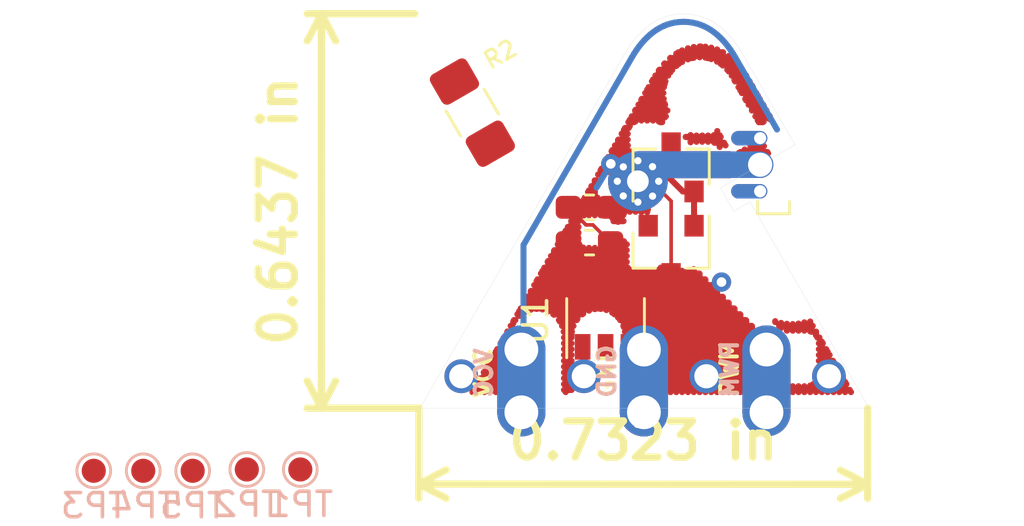
<source format=kicad_pcb>
(kicad_pcb (version 20171130) (host pcbnew 5.0.2-bee76a0~70~ubuntu18.04.1)

  (general
    (thickness 1)
    (drawings 49)
    (tracks 65)
    (zones 0)
    (modules 13)
    (nets 11)
  )

  (page User 148.488 105.004)
  (title_block
    (title Lulu_star)
    (date 2018-08-31)
    (rev 2.1.2)
    (company https://lulu.etextile.org/)
    (comment 1 "Programming light into textile.")
  )

  (layers
    (0 F.Cu jumper)
    (31 B.Cu signal)
    (32 B.Adhes user)
    (33 F.Adhes user)
    (34 B.Paste user)
    (35 F.Paste user)
    (36 B.SilkS user)
    (37 F.SilkS user)
    (38 B.Mask user)
    (39 F.Mask user)
    (40 Dwgs.User user)
    (41 Cmts.User user)
    (42 Eco1.User user)
    (43 Eco2.User user)
    (44 Edge.Cuts user)
    (45 Margin user)
    (46 B.CrtYd user)
    (47 F.CrtYd user)
    (48 B.Fab user)
    (49 F.Fab user)
  )

  (setup
    (last_trace_width 0.25)
    (trace_clearance 0.2)
    (zone_clearance 0.4)
    (zone_45_only yes)
    (trace_min 0.15)
    (segment_width 0.2)
    (edge_width 0.2)
    (via_size 0.8)
    (via_drill 0.4)
    (via_min_size 0.4)
    (via_min_drill 0.3)
    (uvia_size 0.3)
    (uvia_drill 0.1)
    (uvias_allowed no)
    (uvia_min_size 0.2)
    (uvia_min_drill 0.1)
    (pcb_text_width 0.3)
    (pcb_text_size 1.5 1.5)
    (mod_edge_width 0.15)
    (mod_text_size 1 1)
    (mod_text_width 0.15)
    (pad_size 1 1)
    (pad_drill 0)
    (pad_to_mask_clearance 0)
    (solder_mask_min_width 0.25)
    (aux_axis_origin 0 0)
    (visible_elements FFFFFF7F)
    (pcbplotparams
      (layerselection 0x010fc_ffffffff)
      (usegerberextensions false)
      (usegerberattributes false)
      (usegerberadvancedattributes false)
      (creategerberjobfile false)
      (excludeedgelayer true)
      (linewidth 0.100000)
      (plotframeref false)
      (viasonmask false)
      (mode 1)
      (useauxorigin false)
      (hpglpennumber 1)
      (hpglpenspeed 20)
      (hpglpendiameter 15.000000)
      (psnegative false)
      (psa4output false)
      (plotreference true)
      (plotvalue true)
      (plotinvisibletext false)
      (padsonsilk false)
      (subtractmaskfromsilk false)
      (outputformat 1)
      (mirror false)
      (drillshape 0)
      (scaleselection 1)
      (outputdirectory "Lulu_star_213_GERBER/"))
  )

  (net 0 "")
  (net 1 "Net-(Q1-Pad2)")
  (net 2 GND)
  (net 3 "Net-(Q1-Pad1)")
  (net 4 /PWM)
  (net 5 "Net-(LED1-Pad1)")
  (net 6 +3V3)
  (net 7 /SENSOR)
  (net 8 /RESET)
  (net 9 "Net-(R1-Pad2)")
  (net 10 /1-WIRE)

  (net_class Default "This is the default net class."
    (clearance 0.2)
    (trace_width 0.25)
    (via_dia 0.8)
    (via_drill 0.4)
    (uvia_dia 0.3)
    (uvia_drill 0.1)
    (add_net /1-WIRE)
    (add_net /RESET)
    (add_net /SENSOR)
    (add_net GND)
    (add_net "Net-(Q1-Pad2)")
    (add_net "Net-(R1-Pad2)")
  )

  (net_class POWER ""
    (clearance 0.2)
    (trace_width 0.25)
    (via_dia 0.8)
    (via_drill 0.4)
    (uvia_dia 0.3)
    (uvia_drill 0.1)
    (add_net +3V3)
    (add_net "Net-(LED1-Pad1)")
  )

  (net_class SIG ""
    (clearance 0.2)
    (trace_width 0.15)
    (via_dia 0.8)
    (via_drill 0.4)
    (uvia_dia 0.3)
    (uvia_drill 0.1)
    (add_net /PWM)
    (add_net "Net-(Q1-Pad1)")
  )

  (module TestPoint:TestPoint_Pad_D1.0mm (layer B.Cu) (tedit 5CADCB0C) (tstamp 5CADD1E6)
    (at 51.121861 48.086121)
    (descr "SMD pad as test Point, diameter 1.0mm")
    (tags "test point SMD pad")
    (path /5CADD062)
    (attr virtual)
    (fp_text reference TP5 (at 0 1.448) (layer B.SilkS)
      (effects (font (size 1 1) (thickness 0.15)) (justify mirror))
    )
    (fp_text value TPI_GND (at 0 -1.55) (layer B.Fab)
      (effects (font (size 1 1) (thickness 0.15)) (justify mirror))
    )
    (fp_text user %R (at 0 1.45) (layer B.Fab)
      (effects (font (size 1 1) (thickness 0.15)) (justify mirror))
    )
    (fp_circle (center 0 0) (end 1 0) (layer B.CrtYd) (width 0.05))
    (fp_circle (center 0 0) (end 0 -0.7) (layer B.SilkS) (width 0.12))
    (pad 1 smd circle (at 0 0) (size 1 1) (layers F.Cu F.Mask)
      (net 2 GND))
  )

  (module TestPoint:TestPoint_Pad_D1.0mm (layer B.Cu) (tedit 5CADCB80) (tstamp 5CADD1DE)
    (at 49.071861 48.086121)
    (descr "SMD pad as test Point, diameter 1.0mm")
    (tags "test point SMD pad")
    (path /5CADD036)
    (attr virtual)
    (fp_text reference TP4 (at 0 1.448) (layer B.SilkS)
      (effects (font (size 1 1) (thickness 0.15)) (justify mirror))
    )
    (fp_text value TPI_VTARGET (at 0 -1.55) (layer B.Fab)
      (effects (font (size 1 1) (thickness 0.15)) (justify mirror))
    )
    (fp_circle (center 0 0) (end 0 -0.7) (layer B.SilkS) (width 0.12))
    (fp_circle (center 0 0) (end 1 0) (layer B.CrtYd) (width 0.05))
    (fp_text user %R (at 0 1.45) (layer B.Fab)
      (effects (font (size 1 1) (thickness 0.15)) (justify mirror))
    )
    (pad 1 smd circle (at 0 0) (size 1 1) (layers F.Cu F.Mask)
      (net 6 +3V3))
  )

  (module TestPoint:TestPoint_Pad_D1.0mm (layer B.Cu) (tedit 5CADCB46) (tstamp 5CADD1D6)
    (at 47.021861 48.086121)
    (descr "SMD pad as test Point, diameter 1.0mm")
    (tags "test point SMD pad")
    (path /5CADD00C)
    (attr virtual)
    (fp_text reference TP3 (at 0 1.448) (layer B.SilkS)
      (effects (font (size 1 1) (thickness 0.15)) (justify mirror))
    )
    (fp_text value TPI_RESET (at 0 -1.55) (layer B.Fab)
      (effects (font (size 1 1) (thickness 0.15)) (justify mirror))
    )
    (fp_text user %R (at 0 1.45) (layer B.Fab)
      (effects (font (size 1 1) (thickness 0.15)) (justify mirror))
    )
    (fp_circle (center 0 0) (end 1 0) (layer B.CrtYd) (width 0.05))
    (fp_circle (center 0 0) (end 0 -0.7) (layer B.SilkS) (width 0.12))
    (pad 1 smd circle (at 0 0) (size 1 1) (layers F.Cu F.Mask)
      (net 8 /RESET))
  )

  (module TestPoint:TestPoint_Pad_D1.0mm (layer B.Cu) (tedit 5CADCAEF) (tstamp 5CADCEB0)
    (at 53.3654 48.0314)
    (descr "SMD pad as test Point, diameter 1.0mm")
    (tags "test point SMD pad")
    (path /5CAD39E3)
    (attr virtual)
    (fp_text reference TP2 (at 0 1.448) (layer B.SilkS)
      (effects (font (size 1 1) (thickness 0.15)) (justify mirror))
    )
    (fp_text value TPI_CLOCK (at 0 -1.55) (layer B.Fab)
      (effects (font (size 1 1) (thickness 0.15)) (justify mirror))
    )
    (fp_circle (center 0 0) (end 0 -0.7) (layer B.SilkS) (width 0.12))
    (fp_circle (center 0 0) (end 1 0) (layer B.CrtYd) (width 0.05))
    (fp_text user %R (at 0 1.45) (layer B.Fab)
      (effects (font (size 1 1) (thickness 0.15)) (justify mirror))
    )
    (pad 1 smd circle (at 0 0) (size 1 1) (layers F.Cu F.Mask)
      (net 4 /PWM))
  )

  (module TestPoint:TestPoint_Pad_D1.0mm (layer B.Cu) (tedit 5CADCAFF) (tstamp 5CADCEA9)
    (at 55.58282 48.0314)
    (descr "SMD pad as test Point, diameter 1.0mm")
    (tags "test point SMD pad")
    (path /5CAD390A)
    (attr virtual)
    (fp_text reference TP1 (at 0 1.448) (layer B.SilkS)
      (effects (font (size 1 1) (thickness 0.15)) (justify mirror))
    )
    (fp_text value TPI_DATA (at 0 -1.55) (layer B.Fab)
      (effects (font (size 1 1) (thickness 0.15)) (justify mirror))
    )
    (fp_text user %R (at 0 1.45) (layer B.Fab)
      (effects (font (size 1 1) (thickness 0.15)) (justify mirror))
    )
    (fp_circle (center 0 0) (end 1 0) (layer B.CrtYd) (width 0.05))
    (fp_circle (center 0 0) (end 0 -0.7) (layer B.SilkS) (width 0.12))
    (pad 1 smd circle (at 0 0) (size 1 1) (layers F.Cu F.Mask)
      (net 7 /SENSOR))
  )

  (module Lulu_footprints:Lulu_plug_3_spaced (layer F.Cu) (tedit 5BEECFC5) (tstamp 5CADBFD7)
    (at 69.8246 44.3611)
    (descr www.etextile.org)
    (tags eTextile)
    (path /5B7D3F18)
    (zone_connect 0)
    (fp_text reference J1 (at 0 -2.921) (layer F.SilkS) hide
      (effects (font (size 1 1) (thickness 0.15)))
    )
    (fp_text value Conn_01x03_Female (at 0 3.175) (layer F.Fab) hide
      (effects (font (size 1 1) (thickness 0.15)))
    )
    (pad 2 smd roundrect (at 0 0) (size 2 4.6) (layers B.Cu B.Mask) (roundrect_rratio 0.5)
      (net 2 GND) (zone_connect 2))
    (pad 1 smd roundrect (at -5.08 0) (size 2 4.6) (layers B.Cu B.Mask) (roundrect_rratio 0.5)
      (net 6 +3V3) (zone_connect 2))
    (pad 3 smd roundrect (at 5.08 0) (size 2 4.6) (layers B.Cu B.Mask) (roundrect_rratio 0.5)
      (net 10 /1-WIRE) (zone_connect 2))
    (pad 1 thru_hole circle (at -5.08 -1.3) (size 2 2) (drill 1.4) (layers *.Cu *.Mask)
      (net 6 +3V3) (zone_connect 2))
    (pad 1 thru_hole circle (at -5.08 1.3) (size 2 2) (drill 1.4) (layers *.Cu *.Mask)
      (net 6 +3V3) (zone_connect 2))
    (pad 1 smd roundrect (at -5.08 0) (size 2 4.6) (layers F.Cu F.Mask) (roundrect_rratio 0.5)
      (net 6 +3V3) (zone_connect 2))
    (pad 2 thru_hole circle (at 0 1.3) (size 2 2) (drill 1.4) (layers *.Cu *.Mask)
      (net 2 GND) (zone_connect 2))
    (pad 2 smd roundrect (at 0 0) (size 2 4.6) (layers F.Cu F.Mask) (roundrect_rratio 0.5)
      (net 2 GND) (zone_connect 2))
    (pad 2 thru_hole circle (at 0 -1.3) (size 2 2) (drill 1.4) (layers *.Cu *.Mask)
      (net 2 GND) (zone_connect 2))
    (pad 3 thru_hole circle (at 5.08 1.3) (size 2 2) (drill 1.4) (layers *.Cu *.Mask)
      (net 10 /1-WIRE) (zone_connect 2))
    (pad 3 thru_hole circle (at 5.08 -1.3) (size 2 2) (drill 1.4) (layers *.Cu *.Mask)
      (net 10 /1-WIRE) (zone_connect 2))
    (pad 3 smd roundrect (at 5.08 0) (size 2 4.6) (layers F.Cu F.Mask) (roundrect_rratio 0.5)
      (net 10 /1-WIRE) (zone_connect 2))
  )

  (module Package_TO_SOT_SMD:SOT-23-6 (layer F.Cu) (tedit 5A02FF57) (tstamp 5C55F16A)
    (at 68.23456 41.84904 90)
    (descr "6-pin SOT-23 package")
    (tags SOT-23-6)
    (path /5C5603FD)
    (attr smd)
    (fp_text reference U1 (at 0 -2.9 90) (layer F.SilkS)
      (effects (font (size 1 1) (thickness 0.15)))
    )
    (fp_text value ATtiny10-TS (at 0 2.9 90) (layer F.Fab)
      (effects (font (size 1 1) (thickness 0.15)))
    )
    (fp_text user %R (at 0 0 180) (layer F.Fab)
      (effects (font (size 0.5 0.5) (thickness 0.075)))
    )
    (fp_line (start -0.9 1.61) (end 0.9 1.61) (layer F.SilkS) (width 0.12))
    (fp_line (start 0.9 -1.61) (end -1.55 -1.61) (layer F.SilkS) (width 0.12))
    (fp_line (start 1.9 -1.8) (end -1.9 -1.8) (layer F.CrtYd) (width 0.05))
    (fp_line (start 1.9 1.8) (end 1.9 -1.8) (layer F.CrtYd) (width 0.05))
    (fp_line (start -1.9 1.8) (end 1.9 1.8) (layer F.CrtYd) (width 0.05))
    (fp_line (start -1.9 -1.8) (end -1.9 1.8) (layer F.CrtYd) (width 0.05))
    (fp_line (start -0.9 -0.9) (end -0.25 -1.55) (layer F.Fab) (width 0.1))
    (fp_line (start 0.9 -1.55) (end -0.25 -1.55) (layer F.Fab) (width 0.1))
    (fp_line (start -0.9 -0.9) (end -0.9 1.55) (layer F.Fab) (width 0.1))
    (fp_line (start 0.9 1.55) (end -0.9 1.55) (layer F.Fab) (width 0.1))
    (fp_line (start 0.9 -1.55) (end 0.9 1.55) (layer F.Fab) (width 0.1))
    (pad 1 smd rect (at -1.1 -0.95 90) (size 1.06 0.65) (layers F.Cu F.Paste F.Mask)
      (net 7 /SENSOR))
    (pad 2 smd rect (at -1.1 0 90) (size 1.06 0.65) (layers F.Cu F.Paste F.Mask)
      (net 2 GND))
    (pad 3 smd rect (at -1.1 0.95 90) (size 1.06 0.65) (layers F.Cu F.Paste F.Mask)
      (net 4 /PWM))
    (pad 4 smd rect (at 1.1 0.95 90) (size 1.06 0.65) (layers F.Cu F.Paste F.Mask)
      (net 10 /1-WIRE))
    (pad 6 smd rect (at 1.1 -0.95 90) (size 1.06 0.65) (layers F.Cu F.Paste F.Mask)
      (net 8 /RESET))
    (pad 5 smd rect (at 1.1 0 90) (size 1.06 0.65) (layers F.Cu F.Paste F.Mask)
      (net 6 +3V3))
    (model ${KISYS3DMOD}/Package_TO_SOT_SMD.3dshapes/SOT-23-6.wrl
      (at (xyz 0 0 0))
      (scale (xyz 1 1 1))
      (rotate (xyz 0 0 0))
    )
  )

  (module Resistor_SMD:R_1206_3216Metric_Pad1.42x1.75mm_HandSolder (layer F.Cu) (tedit 5BED5F9C) (tstamp 5B7F7813)
    (at 62.71514 33.24098 120)
    (descr "Resistor SMD 1206 (3216 Metric), square (rectangular) end terminal, IPC_7351 nominal with elongated pad for handsoldering. (Body size source: http://www.tortai-tech.com/upload/download/2011102023233369053.pdf), generated with kicad-footprint-generator")
    (tags "resistor handsolder")
    (path /5B7C8445)
    (attr smd)
    (fp_text reference R2 (at 1.516269 2.209906 30) (layer F.SilkS)
      (effects (font (size 0.7 0.7) (thickness 0.12)))
    )
    (fp_text value "2.7 Ohm" (at -0.68 -2.52 120) (layer F.Fab)
      (effects (font (size 1 1) (thickness 0.15)))
    )
    (fp_text user %R (at 0 0 120) (layer F.Fab)
      (effects (font (size 0.8 0.8) (thickness 0.12)))
    )
    (fp_line (start 2.45 1.119999) (end -2.45 1.119999) (layer F.CrtYd) (width 0.05))
    (fp_line (start 2.45 -1.119999) (end 2.45 1.119999) (layer F.CrtYd) (width 0.05))
    (fp_line (start -2.45 -1.119999) (end 2.45 -1.119999) (layer F.CrtYd) (width 0.05))
    (fp_line (start -2.45 1.119999) (end -2.45 -1.119999) (layer F.CrtYd) (width 0.05))
    (fp_line (start -0.602064 0.91) (end 0.602064 0.91) (layer F.SilkS) (width 0.12))
    (fp_line (start -0.602064 -0.91) (end 0.602064 -0.91) (layer F.SilkS) (width 0.12))
    (fp_line (start 1.6 0.8) (end -1.6 0.8) (layer F.Fab) (width 0.1))
    (fp_line (start 1.6 -0.8) (end 1.6 0.8) (layer F.Fab) (width 0.1))
    (fp_line (start -1.6 -0.8) (end 1.6 -0.8) (layer F.Fab) (width 0.1))
    (fp_line (start -1.6 0.8) (end -1.6 -0.8) (layer F.Fab) (width 0.1))
    (pad 2 smd roundrect (at 1.4875 0 120) (size 1.425 1.75) (layers F.Cu F.Paste F.Mask) (roundrect_rratio 0.175)
      (net 2 GND) (zone_connect 1))
    (pad 1 smd roundrect (at -1.4875 0 120) (size 1.425 1.75) (layers F.Cu F.Paste F.Mask) (roundrect_rratio 0.175439)
      (net 1 "Net-(Q1-Pad2)"))
    (model ${KISYS3DMOD}/Resistor_SMD.3dshapes/R_1206_3216Metric.wrl
      (at (xyz 0 0 0))
      (scale (xyz 1 1 1))
      (rotate (xyz 0 0 0))
    )
  )

  (module Lulu_footprints:Lulu_side_LED (layer F.Cu) (tedit 5BF16F2D) (tstamp 5BF22591)
    (at 74.64 35.4 90)
    (descr "LED Cree-XP http://www.cree.com/~/media/Files/Cree/LED-Components-and-Modules/XLamp/Data-and-Binning/XLampXPE2.pdf")
    (tags "LED Cree XP")
    (path /5B7C84D4)
    (clearance 0.12)
    (attr smd)
    (fp_text reference LED1 (at 2.35166 2.831161 180) (layer F.SilkS) hide
      (effects (font (size 1 1) (thickness 0.15)))
    )
    (fp_text value LED_PAD (at 2.400901 -2.571716) (layer F.Fab) hide
      (effects (font (size 1 1) (thickness 0.15)))
    )
    (fp_arc (start 0 0.6) (end -0.9 0.6) (angle -180) (layer F.Fab) (width 0.1))
    (fp_line (start -2.032 -0.1016) (end -1.524 -0.1016) (layer F.SilkS) (width 0.12))
    (fp_line (start -2.032 1.2192) (end -2.032 -0.1016) (layer F.SilkS) (width 0.12))
    (fp_line (start -1.524 1.2192) (end -2.032 1.2192) (layer F.SilkS) (width 0.12))
    (fp_line (start -1.523999 10.922) (end -1.524 -1.27) (layer F.CrtYd) (width 0.05))
    (fp_line (start 1.524 10.922) (end -1.523999 10.922) (layer F.CrtYd) (width 0.05))
    (fp_line (start 1.524 -1.27) (end 1.524 10.922) (layer F.CrtYd) (width 0.05))
    (fp_line (start -1.524 -1.27) (end 1.524 -1.27) (layer F.CrtYd) (width 0.05))
    (fp_poly (pts (xy -1.5 0) (xy 1.5 0) (xy 1.5 0.6) (xy -1.5 0.6)) (layer F.Fab) (width 0))
    (fp_poly (pts (xy -1.1 0.6) (xy 1.1 0.6) (xy 1.1 10.6) (xy -1.1 10.6)) (layer F.Fab) (width 0))
    (pad "" smd custom (at -0.685801 -5.065372 90) (size 2.48 2.48) (layers B.Cu B.Mask)
      (zone_connect 2)
      (options (clearance outline) (anchor circle))
      (primitives
        (gr_poly (pts
           (xy 1.244601 3.846172) (xy 1.244601 -0.014628) (xy 0.127001 -0.014628) (xy 0.127001 3.846172)) (width 0))
      ))
    (pad "" smd custom (at -0.685801 -5.065372 90) (size 2.48 2.48) (layers F.Cu F.Mask)
      (zone_connect 2)
      (options (clearance outline) (anchor circle))
      (primitives
        (gr_poly (pts
           (xy 1.244601 3.846172) (xy 1.244601 -0.014628) (xy 0.127001 -0.014628) (xy 0.127001 3.846172)) (width 0))
      ))
    (pad 3 thru_hole circle (at -1.5494 -5.065372 90) (size 0.4 0.4) (drill 0.3) (layers *.Cu)
      (net 2 GND))
    (pad 3 thru_hole circle (at -0.685801 -5.065372 180) (size 1 1) (drill 0.9) (layers *.Cu)
      (net 2 GND))
    (pad 2 thru_hole oval (at 1.1 0 90) (size 0.6 1.5) (drill 0.5 (offset 0 -0.45)) (layers *.Cu *.Mask)
      (net 6 +3V3) (zone_connect 0))
    (pad 1 thru_hole oval (at -1.1 0 90) (size 0.6 1.5) (drill 0.5 (offset 0 -0.45)) (layers *.Cu *.Mask)
      (net 5 "Net-(LED1-Pad1)") (zone_connect 0))
    (pad 3 thru_hole oval (at 0 0 90) (size 1.1 2.3) (drill 1 (offset 0 -0.6)) (layers *.Cu *.Mask)
      (net 2 GND) (zone_connect 2))
    (pad 3 thru_hole circle (at 0.1651 -5.065372 90) (size 0.4 0.4) (drill 0.3) (layers *.Cu)
      (net 2 GND))
    (pad 3 thru_hole circle (at -0.6858 -4.2037 90) (size 0.4 0.4) (drill 0.3) (layers *.Cu)
      (net 2 GND))
    (pad 3 thru_hole circle (at -0.6858 -5.9182 90) (size 0.4 0.4) (drill 0.3) (layers *.Cu)
      (net 2 GND))
    (pad 3 thru_hole circle (at -0.089111 -5.670244 135) (size 0.4 0.4) (drill 0.3) (layers *.Cu)
      (net 2 GND))
    (pad 3 thru_hole circle (at -1.301445 -4.45791 135) (size 0.4 0.4) (drill 0.3) (layers *.Cu)
      (net 2 GND))
    (pad 3 thru_hole circle (at -0.081493 -4.459272 135) (size 0.4 0.4) (drill 0.3) (layers *.Cu)
      (net 2 GND))
    (pad 3 thru_hole circle (at -1.293827 -5.671606 135) (size 0.4 0.4) (drill 0.3) (layers *.Cu)
      (net 2 GND))
    (model /home/chevrette/Bureau/Lulu/Hardware/kicad_Lulu_star/Lulu_star_212/packages3D/Lulu_LED_tube.wrl
      (at (xyz 0 0 0))
      (scale (xyz 1 1 1))
      (rotate (xyz 0 0 0))
    )
    (model ${KIPRJMOD}/packages3D/Lulu_LED_tube.wrl
      (at (xyz 0 0 0))
      (scale (xyz 1 1 1))
      (rotate (xyz 0 0 0))
    )
  )

  (module Resistor_SMD:R_0603_1608Metric_Pad1.05x0.95mm_HandSolder (layer F.Cu) (tedit 5BF27034) (tstamp 5B90CFCC)
    (at 67.56908 38.62832 180)
    (descr "Resistor SMD 0603 (1608 Metric), square (rectangular) end terminal, IPC_7351 nominal with elongated pad for handsoldering. (Body size source: http://www.tortai-tech.com/upload/download/2011102023233369053.pdf), generated with kicad-footprint-generator")
    (tags "resistor handsolder")
    (path /5B90D0C4)
    (attr smd)
    (fp_text reference R3 (at 0 -1.43 180) (layer F.SilkS) hide
      (effects (font (size 1 1) (thickness 0.15)))
    )
    (fp_text value "10 K" (at 4.83616 0.01524 180) (layer F.Fab)
      (effects (font (size 1 1) (thickness 0.15)))
    )
    (fp_line (start -0.8 0.4) (end -0.8 -0.4) (layer F.Fab) (width 0.1))
    (fp_line (start -0.8 -0.4) (end 0.8 -0.4) (layer F.Fab) (width 0.1))
    (fp_line (start 0.8 -0.4) (end 0.8 0.4) (layer F.Fab) (width 0.1))
    (fp_line (start 0.8 0.4) (end -0.8 0.4) (layer F.Fab) (width 0.1))
    (fp_line (start -0.171267 -0.51) (end 0.171267 -0.51) (layer F.SilkS) (width 0.12))
    (fp_line (start -0.171267 0.51) (end 0.171267 0.51) (layer F.SilkS) (width 0.12))
    (fp_line (start -1.65 0.73) (end -1.65 -0.73) (layer F.CrtYd) (width 0.05))
    (fp_line (start -1.65 -0.73) (end 1.65 -0.73) (layer F.CrtYd) (width 0.05))
    (fp_line (start 1.65 -0.73) (end 1.65 0.73) (layer F.CrtYd) (width 0.05))
    (fp_line (start 1.65 0.73) (end -1.65 0.73) (layer F.CrtYd) (width 0.05))
    (fp_text user %R (at -0.0635 0.0635 180) (layer F.Fab)
      (effects (font (size 0.4 0.4) (thickness 0.06)))
    )
    (pad 1 smd roundrect (at -0.875 0 180) (size 1.05 0.95) (layers F.Cu F.Paste F.Mask) (roundrect_rratio 0.25)
      (net 9 "Net-(R1-Pad2)"))
    (pad 2 smd roundrect (at 0.875 0 180) (size 1.05 0.95) (layers F.Cu F.Paste F.Mask) (roundrect_rratio 0.25)
      (net 2 GND) (zone_connect 1))
    (model ${KISYS3DMOD}/Resistor_SMD.3dshapes/R_0603_1608Metric.wrl
      (at (xyz 0 0 0))
      (scale (xyz 1 1 1))
      (rotate (xyz 0 0 0))
    )
  )

  (module Package_TO_SOT_SMD:SOT-23 (layer F.Cu) (tedit 5BD38C73) (tstamp 5B7F784E)
    (at 70.95236 38.92804 270)
    (descr "SOT-23, Standard")
    (tags SOT-23)
    (path /5B7C8DF6)
    (attr smd)
    (fp_text reference T1 (at 0 -2.5 270) (layer F.SilkS) hide
      (effects (font (size 1 1) (thickness 0.15)))
    )
    (fp_text value Q_NPN_BEC (at 0 2.5 270) (layer F.Fab) hide
      (effects (font (size 1 1) (thickness 0.15)))
    )
    (fp_text user %R (at 0 0) (layer F.Fab)
      (effects (font (size 0.5 0.5) (thickness 0.075)))
    )
    (fp_line (start -0.7 -0.95) (end -0.7 1.5) (layer F.Fab) (width 0.1))
    (fp_line (start -0.15 -1.52) (end 0.7 -1.52) (layer F.Fab) (width 0.1))
    (fp_line (start -0.7 -0.95) (end -0.15 -1.52) (layer F.Fab) (width 0.1))
    (fp_line (start 0.7 -1.52) (end 0.7 1.52) (layer F.Fab) (width 0.1))
    (fp_line (start -0.7 1.52) (end 0.7 1.52) (layer F.Fab) (width 0.1))
    (fp_line (start 0.76 1.58) (end 0.76 0.65) (layer F.SilkS) (width 0.12))
    (fp_line (start 0.76 -1.58) (end 0.76 -0.65) (layer F.SilkS) (width 0.12))
    (fp_line (start -1.7 -1.75) (end 1.7 -1.75) (layer F.CrtYd) (width 0.05))
    (fp_line (start 1.7 -1.75) (end 1.7 1.75) (layer F.CrtYd) (width 0.05))
    (fp_line (start 1.7 1.75) (end -1.7 1.75) (layer F.CrtYd) (width 0.05))
    (fp_line (start -1.7 1.75) (end -1.7 -1.75) (layer F.CrtYd) (width 0.05))
    (fp_line (start 0.76 -1.58) (end -1.4 -1.58) (layer F.SilkS) (width 0.12))
    (fp_line (start 0.76 1.58) (end -0.7 1.58) (layer F.SilkS) (width 0.12))
    (pad 1 smd rect (at -1 -0.95 270) (size 0.9 0.8) (layers F.Cu F.Paste F.Mask)
      (net 1 "Net-(Q1-Pad2)"))
    (pad 2 smd rect (at -1 0.95 270) (size 0.9 0.8) (layers F.Cu F.Paste F.Mask)
      (net 2 GND) (zone_connect 1))
    (pad 3 smd rect (at 1 0 270) (size 0.9 0.8) (layers F.Cu F.Paste F.Mask)
      (net 3 "Net-(Q1-Pad1)"))
    (model ${KISYS3DMOD}/Package_TO_SOT_SMD.3dshapes/SOT-23.wrl
      (at (xyz 0 0 0))
      (scale (xyz 1 1 1))
      (rotate (xyz 0 0 0))
    )
  )

  (module Package_TO_SOT_SMD:SOT-23 (layer F.Cu) (tedit 5A02FF57) (tstamp 5B7F7839)
    (at 70.95236 35.508519 90)
    (descr "SOT-23, Standard")
    (tags SOT-23)
    (path /5B7C8ADD)
    (attr smd)
    (fp_text reference Q1 (at -0.0254 2.4892 90) (layer F.SilkS) hide
      (effects (font (size 1 1) (thickness 0.15)))
    )
    (fp_text value Q_NMOS_GSD (at 0 2.5 90) (layer F.Fab) hide
      (effects (font (size 1 1) (thickness 0.15)))
    )
    (fp_line (start 0.76 1.58) (end -0.7 1.58) (layer F.SilkS) (width 0.12))
    (fp_line (start 0.76 -1.58) (end -1.4 -1.58) (layer F.SilkS) (width 0.12))
    (fp_line (start -1.7 1.75) (end -1.7 -1.75) (layer F.CrtYd) (width 0.05))
    (fp_line (start 1.7 1.75) (end -1.7 1.75) (layer F.CrtYd) (width 0.05))
    (fp_line (start 1.7 -1.75) (end 1.7 1.75) (layer F.CrtYd) (width 0.05))
    (fp_line (start -1.7 -1.75) (end 1.7 -1.75) (layer F.CrtYd) (width 0.05))
    (fp_line (start 0.76 -1.58) (end 0.76 -0.65) (layer F.SilkS) (width 0.12))
    (fp_line (start 0.76 1.58) (end 0.76 0.65) (layer F.SilkS) (width 0.12))
    (fp_line (start -0.7 1.52) (end 0.7 1.52) (layer F.Fab) (width 0.1))
    (fp_line (start 0.7 -1.52) (end 0.7 1.52) (layer F.Fab) (width 0.1))
    (fp_line (start -0.7 -0.95) (end -0.15 -1.52) (layer F.Fab) (width 0.1))
    (fp_line (start -0.15 -1.52) (end 0.7 -1.52) (layer F.Fab) (width 0.1))
    (fp_line (start -0.7 -0.95) (end -0.7 1.5) (layer F.Fab) (width 0.1))
    (fp_text user %R (at 0 0 180) (layer F.Fab)
      (effects (font (size 0.5 0.5) (thickness 0.075)))
    )
    (pad 3 smd rect (at 1 0 90) (size 0.9 0.8) (layers F.Cu F.Paste F.Mask)
      (net 5 "Net-(LED1-Pad1)"))
    (pad 2 smd rect (at -1 0.95 90) (size 0.9 0.8) (layers F.Cu F.Paste F.Mask)
      (net 1 "Net-(Q1-Pad2)"))
    (pad 1 smd rect (at -1 -0.95 90) (size 0.9 0.8) (layers F.Cu F.Paste F.Mask)
      (net 3 "Net-(Q1-Pad1)"))
    (model ${KISYS3DMOD}/Package_TO_SOT_SMD.3dshapes/SOT-23.wrl
      (at (xyz 0 0 0))
      (scale (xyz 1 1 1))
      (rotate (xyz 0 0 0))
    )
  )

  (module Resistor_SMD:R_0603_1608Metric_Pad1.05x0.95mm_HandSolder (layer F.Cu) (tedit 5BF27046) (tstamp 5B7F7824)
    (at 67.56908 37.16528 180)
    (descr "Resistor SMD 0603 (1608 Metric), square (rectangular) end terminal, IPC_7351 nominal with elongated pad for handsoldering. (Body size source: http://www.tortai-tech.com/upload/download/2011102023233369053.pdf), generated with kicad-footprint-generator")
    (tags "resistor handsolder")
    (path /5B7CC755)
    (attr smd)
    (fp_text reference R1 (at -0.47 1.422 180) (layer F.SilkS) hide
      (effects (font (size 1 1) (thickness 0.15)))
    )
    (fp_text value "47 K" (at 3.93192 0.03556 180) (layer F.Fab)
      (effects (font (size 1 1) (thickness 0.15)))
    )
    (fp_line (start -0.8 0.4) (end -0.8 -0.4) (layer F.Fab) (width 0.1))
    (fp_line (start -0.8 -0.4) (end 0.8 -0.4) (layer F.Fab) (width 0.1))
    (fp_line (start 0.8 -0.4) (end 0.8 0.4) (layer F.Fab) (width 0.1))
    (fp_line (start 0.8 0.4) (end -0.8 0.4) (layer F.Fab) (width 0.1))
    (fp_line (start -0.171267 -0.51) (end 0.171267 -0.51) (layer F.SilkS) (width 0.12))
    (fp_line (start -0.171267 0.51) (end 0.171267 0.51) (layer F.SilkS) (width 0.12))
    (fp_line (start -1.65 0.73) (end -1.65 -0.73) (layer F.CrtYd) (width 0.05))
    (fp_line (start -1.65 -0.73) (end 1.65 -0.73) (layer F.CrtYd) (width 0.05))
    (fp_line (start 1.65 -0.73) (end 1.65 0.73) (layer F.CrtYd) (width 0.05))
    (fp_line (start 1.65 0.73) (end -1.65 0.73) (layer F.CrtYd) (width 0.05))
    (fp_text user %R (at 0 0 180) (layer F.Fab)
      (effects (font (size 0.4 0.4) (thickness 0.06)))
    )
    (pad 1 smd roundrect (at -0.875 0 180) (size 1.05 0.95) (layers F.Cu F.Paste F.Mask) (roundrect_rratio 0.25)
      (net 3 "Net-(Q1-Pad1)"))
    (pad 2 smd roundrect (at 0.875 0 180) (size 1.05 0.95) (layers F.Cu F.Paste F.Mask) (roundrect_rratio 0.25)
      (net 9 "Net-(R1-Pad2)"))
    (model ${KISYS3DMOD}/Resistor_SMD.3dshapes/R_0603_1608Metric.wrl
      (at (xyz 0 0 0))
      (scale (xyz 1 1 1))
      (rotate (xyz 0 0 0))
    )
  )

  (dimension 16.34998 (width 0.3) (layer F.SilkS)
    (gr_text "16.350 mm" (at 54.357736 37.315483 89.99109899) (layer F.SilkS)
      (effects (font (size 1.5 1.5) (thickness 0.3)))
    )
    (feature1 (pts (xy 60.32246 45.4914) (xy 55.870045 45.490708)))
    (feature2 (pts (xy 60.325 29.14142) (xy 55.872585 29.140728)))
    (crossbar (pts (xy 56.459006 29.140819) (xy 56.456466 45.490799)))
    (arrow1a (pts (xy 56.456466 45.490799) (xy 55.87022 44.364204)))
    (arrow1b (pts (xy 56.456466 45.490799) (xy 57.043062 44.364386)))
    (arrow2a (pts (xy 56.459006 29.140819) (xy 55.87241 30.267232)))
    (arrow2b (pts (xy 56.459006 29.140819) (xy 57.045252 30.267414)))
  )
  (dimension 18.600003 (width 0.3) (layer F.SilkS)
    (gr_text "18.600 mm" (at 69.796533 50.741331 359.9691958) (layer F.SilkS)
      (effects (font (size 1.5 1.5) (thickness 0.3)))
    )
    (feature1 (pts (xy 79.09936 45.4873) (xy 79.097346 49.232751)))
    (feature2 (pts (xy 60.49936 45.4773) (xy 60.497346 49.222751)))
    (crossbar (pts (xy 60.497662 48.636331) (xy 79.097662 48.646331)))
    (arrow1a (pts (xy 79.097662 48.646331) (xy 77.970843 49.232146)))
    (arrow1b (pts (xy 79.097662 48.646331) (xy 77.971474 48.059305)))
    (arrow2a (pts (xy 60.497662 48.636331) (xy 61.62385 49.223357)))
    (arrow2b (pts (xy 60.497662 48.636331) (xy 61.624481 48.050516)))
  )
  (gr_text PWM (at 73.36538 43.86458 90) (layer F.SilkS) (tstamp 5BF345D2)
    (effects (font (size 0.7 0.7) (thickness 0.16)))
  )
  (gr_text VCC (at 63.17538 44.02458 90) (layer F.SilkS) (tstamp 5BF345D1)
    (effects (font (size 0.7 0.7) (thickness 0.16)))
  )
  (gr_text GND (at 68.28038 43.957914 90) (layer F.SilkS) (tstamp 5BF345D0)
    (effects (font (size 0.7 0.7) (thickness 0.16)))
  )
  (gr_line (start 69.8612 29.76223) (end 70.0072 29.64479) (layer Edge.Cuts) (width 0.01))
  (gr_line (start 73.07349 29.76103) (end 73.21174 29.88726) (layer Edge.Cuts) (width 0.01))
  (gr_line (start 72.92783 29.64359) (end 73.07349 29.76103) (layer Edge.Cuts) (width 0.01))
  (gr_line (start 71.68037 29.15572) (end 71.88352 29.18212) (layer Edge.Cuts) (width 0.01))
  (gr_line (start 71.05258 29.18212) (end 71.25573 29.15572) (layer Edge.Cuts) (width 0.01))
  (gr_line (start 70.16133 29.53682) (end 70.32285 29.43972) (layer Edge.Cuts) (width 0.01))
  (gr_line (start 70.67097 29.28272) (end 70.85753 29.22482) (layer Edge.Cuts) (width 0.01))
  (gr_line (start 70.32285 29.43972) (end 70.4925 29.35472) (layer Edge.Cuts) (width 0.01))
  (gr_line (start 72.26442 29.28272) (end 72.44252 29.35472) (layer Edge.Cuts) (width 0.01))
  (gr_line (start 71.25573 29.15572) (end 71.46805 29.14672) (layer Edge.Cuts) (width 0.01))
  (gr_line (start 76.08748 34.57134) (end 72.99546 36.35666) (layer Edge.Cuts) (width 0.01))
  (gr_line (start 73.55024 37.32972) (end 74.22282 36.94106) (layer Edge.Cuts) (width 0.01))
  (gr_line (start 72.77405 29.53602) (end 72.92783 29.64359) (layer Edge.Cuts) (width 0.01))
  (gr_line (start 70.0072 29.64479) (end 70.16133 29.53682) (layer Edge.Cuts) (width 0.01))
  (gr_line (start 69.59204 30.02214) (end 69.72294 29.88846) (layer Edge.Cuts) (width 0.01))
  (gr_line (start 70.4925 29.35472) (end 70.67097 29.28272) (layer Edge.Cuts) (width 0.01))
  (gr_line (start 73.68923 30.45687) (end 73.79013 30.61028) (layer Edge.Cuts) (width 0.01))
  (gr_line (start 72.07855 29.22482) (end 72.26442 29.28272) (layer Edge.Cuts) (width 0.01))
  (gr_line (start 70.85753 29.22482) (end 71.05258 29.18212) (layer Edge.Cuts) (width 0.01))
  (gr_line (start 72.61217 29.43932) (end 72.77405 29.53602) (layer Edge.Cuts) (width 0.01))
  (gr_line (start 73.58059 30.30697) (end 73.68923 30.45687) (layer Edge.Cuts) (width 0.01))
  (gr_line (start 73.34225 30.02094) (end 73.46528 30.16131) (layer Edge.Cuts) (width 0.01))
  (gr_line (start 73.88423 30.76582) (end 76.08748 34.57134) (layer Edge.Cuts) (width 0.01))
  (gr_line (start 73.46528 30.16131) (end 73.58059 30.30697) (layer Edge.Cuts) (width 0.01))
  (gr_line (start 72.44252 29.35472) (end 72.61217 29.43932) (layer Edge.Cuts) (width 0.01))
  (gr_line (start 72.99546 36.35666) (end 73.55024 37.32972) (layer Edge.Cuts) (width 0.01))
  (gr_line (start 60.54638 45.48792) (end 69.05008 30.76771) (layer Edge.Cuts) (width 0.01))
  (gr_line (start 69.05008 30.76771) (end 69.14388 30.61217) (layer Edge.Cuts) (width 0.01))
  (gr_line (start 79.1571 45.48792) (end 60.54638 45.48792) (layer Edge.Cuts) (width 0.01))
  (gr_line (start 69.14388 30.61217) (end 69.24506 30.45876) (layer Edge.Cuts) (width 0.01))
  (gr_line (start 69.24506 30.45876) (end 69.3533 30.30852) (layer Edge.Cuts) (width 0.01))
  (gr_line (start 74.22282 36.94106) (end 79.1571 45.48792) (layer Edge.Cuts) (width 0.01))
  (gr_line (start 69.3533 30.30852) (end 69.469 30.1625) (layer Edge.Cuts) (width 0.01))
  (gr_line (start 69.72294 29.88846) (end 69.8612 29.76223) (layer Edge.Cuts) (width 0.01))
  (gr_line (start 73.79013 30.61028) (end 73.88423 30.76582) (layer Edge.Cuts) (width 0.01))
  (gr_line (start 71.46805 29.14672) (end 71.68037 29.15572) (layer Edge.Cuts) (width 0.01))
  (gr_line (start 73.21174 29.88726) (end 73.34225 30.02094) (layer Edge.Cuts) (width 0.01))
  (gr_line (start 71.88352 29.18212) (end 72.07855 29.22482) (layer Edge.Cuts) (width 0.01))
  (gr_line (start 69.469 30.1625) (end 69.59204 30.02214) (layer Edge.Cuts) (width 0.01))
  (gr_text VCC (at 63.18808 44.03474 90) (layer B.SilkS) (tstamp 5BD1B52A)
    (effects (font (size 0.7 0.7) (thickness 0.16)) (justify mirror))
  )
  (gr_text PWM (at 73.37808 43.87474 90) (layer B.SilkS) (tstamp 5BD1B4CF)
    (effects (font (size 0.7 0.7) (thickness 0.16)) (justify mirror))
  )
  (gr_text GND (at 68.29308 43.968074 90) (layer B.SilkS) (tstamp 5B8DA57E)
    (effects (font (size 0.7 0.7) (thickness 0.16)) (justify mirror))
  )
  (gr_text V.213 (at 71.7042 36.6141 120) (layer B.Mask)
    (effects (font (size 0.9 0.9) (thickness 0.225)) (justify mirror))
  )
  (gr_text Lulu (at 70.90664 39.80688 120) (layer B.Mask)
    (effects (font (size 2 2) (thickness 0.4)) (justify mirror))
  )

  (segment (start 71.90236 36.508519) (end 71.90236 37.92804) (width 0.25) (layer F.Cu) (net 1))
  (segment (start 71.437362 36.508519) (end 71.90236 36.508519) (width 0.25) (layer F.Cu) (net 1))
  (via (at 68.45046 35.36442) (size 0.8) (drill 0.4) (layers F.Cu B.Cu) (net 1))
  (segment (start 68.45046 35.36442) (end 68.62064 35.19424) (width 0.25) (layer F.Cu) (net 1))
  (segment (start 68.45046 35.36442) (end 67.86071 36.349507) (width 0.25) (layer B.Cu) (net 1))
  (segment (start 70.293263 35.36442) (end 68.45046 35.36442) (width 0.25) (layer F.Cu) (net 1))
  (segment (start 71.437362 36.508519) (end 70.293263 35.36442) (width 0.25) (layer F.Cu) (net 1))
  (via (at 67.33286 44.1673) (size 1.4) (drill 1) (layers F.Cu B.Cu) (net 2))
  (via (at 77.49286 44.1673) (size 1.4) (drill 1) (layers F.Cu B.Cu) (net 2))
  (via (at 62.25286 44.1673) (size 1.4) (drill 1) (layers F.Cu B.Cu) (net 2))
  (via (at 72.41286 44.1673) (size 1.4) (drill 1) (layers F.Cu B.Cu) (net 2))
  (via (at 73.04024 40.26408) (size 0.8) (drill 0.4) (layers F.Cu B.Cu) (net 2))
  (segment (start 69.886706 36.508519) (end 70.00236 36.508519) (width 0.15) (layer F.Cu) (net 3))
  (segment (start 70.00236 36.508519) (end 70.00236 36.558519) (width 0.15) (layer F.Cu) (net 3))
  (segment (start 70.95236 39.32804) (end 70.95236 39.92804) (width 0.15) (layer F.Cu) (net 3))
  (segment (start 70.95236 36.908519) (end 70.95236 39.32804) (width 0.15) (layer F.Cu) (net 3))
  (segment (start 70.00236 36.508519) (end 70.55236 36.508519) (width 0.15) (layer F.Cu) (net 3))
  (segment (start 70.55236 36.508519) (end 70.95236 36.908519) (width 0.15) (layer F.Cu) (net 3))
  (segment (start 69.345599 37.16528) (end 70.00236 36.508519) (width 0.15) (layer F.Cu) (net 3))
  (segment (start 68.44408 37.16528) (end 69.345599 37.16528) (width 0.15) (layer F.Cu) (net 3))
  (segment (start 66.69408 37.16528) (end 67.42306 37.89426) (width 0.15) (layer F.Cu) (net 9))
  (segment (start 67.71002 37.89426) (end 68.44408 38.62832) (width 0.15) (layer F.Cu) (net 9))
  (segment (start 67.42306 37.89426) (end 67.71002 37.89426) (width 0.15) (layer F.Cu) (net 9))
  (segment (start 71.45258 35.57) (end 73.43 35.57) (width 0.25) (layer F.Cu) (net 5))
  (segment (start 70.95236 34.508519) (end 70.95236 35.06978) (width 0.25) (layer F.Cu) (net 5))
  (segment (start 70.95236 35.06978) (end 71.45258 35.57) (width 0.25) (layer F.Cu) (net 5))
  (segment (start 65.398 43.758) (end 65.398 42.488) (width 0.25) (layer F.Cu) (net 6))
  (segment (start 70.205505 29.9088) (end 70.341245 29.813712) (width 0.25) (layer B.Cu) (net 6))
  (segment (start 70.341245 29.813712) (end 70.482004 29.729093) (width 0.25) (layer B.Cu) (net 6))
  (segment (start 70.08 30.01) (end 70.08 30.009754) (width 0.25) (layer B.Cu) (net 6))
  (segment (start 70.62838 29.655754) (end 70.642645 29.65) (width 0.25) (layer B.Cu) (net 6))
  (segment (start 70.482004 29.729093) (end 70.62838 29.655754) (width 0.25) (layer B.Cu) (net 6))
  (segment (start 70.08 30.009754) (end 70.205505 29.9088) (width 0.25) (layer B.Cu) (net 6))
  (segment (start 73.600221 30.933911) (end 75.34063 33.94) (width 0.25) (layer B.Cu) (net 6))
  (segment (start 73.317491 30.506305) (end 73.417635 30.644482) (width 0.25) (layer B.Cu) (net 6))
  (segment (start 73.099912 30.245121) (end 73.211663 30.372621) (width 0.25) (layer B.Cu) (net 6))
  (segment (start 72.982233 30.124584) (end 73.099912 30.245121) (width 0.25) (layer B.Cu) (net 6))
  (segment (start 73.417635 30.644482) (end 73.510978 30.786401) (width 0.25) (layer B.Cu) (net 6))
  (segment (start 71.284049 29.484824) (end 71.46805 29.477026) (width 0.25) (layer B.Cu) (net 6))
  (segment (start 71.826868 29.507543) (end 71.994029 29.544141) (width 0.25) (layer B.Cu) (net 6))
  (segment (start 71.109236 29.507541) (end 71.284049 29.484824) (width 0.25) (layer B.Cu) (net 6))
  (segment (start 70.941877 29.544179) (end 71.109236 29.507541) (width 0.25) (layer B.Cu) (net 6))
  (segment (start 70.781806 29.593858) (end 70.941877 29.544179) (width 0.25) (layer B.Cu) (net 6))
  (segment (start 70.65 29.65) (end 70.654974 29.645026) (width 0.25) (layer B.Cu) (net 6))
  (segment (start 73.211663 30.372621) (end 73.317491 30.506305) (width 0.25) (layer B.Cu) (net 6))
  (segment (start 70.654974 29.645026) (end 70.781806 29.593858) (width 0.25) (layer B.Cu) (net 6))
  (segment (start 72.729458 29.907562) (end 72.85845 30.011563) (width 0.25) (layer B.Cu) (net 6))
  (segment (start 73.510978 30.786401) (end 73.600221 30.933911) (width 0.25) (layer B.Cu) (net 6))
  (segment (start 71.46805 29.477026) (end 71.652057 29.484826) (width 0.25) (layer B.Cu) (net 6))
  (segment (start 71.652057 29.484826) (end 71.826868 29.507543) (width 0.25) (layer B.Cu) (net 6))
  (segment (start 71.994029 29.544141) (end 72.153305 29.593757) (width 0.25) (layer B.Cu) (net 6))
  (segment (start 72.453688 29.729056) (end 72.594625 29.813246) (width 0.25) (layer B.Cu) (net 6))
  (segment (start 72.153305 29.593757) (end 72.306835 29.655824) (width 0.25) (layer B.Cu) (net 6))
  (segment (start 72.306835 29.655824) (end 72.453688 29.729056) (width 0.25) (layer B.Cu) (net 6))
  (segment (start 72.594625 29.813246) (end 72.729458 29.907562) (width 0.25) (layer B.Cu) (net 6))
  (segment (start 72.85845 30.011563) (end 72.982233 30.124584) (width 0.25) (layer B.Cu) (net 6))
  (segment (start 64.8335 38.72649) (end 69.334295 30.935453) (width 0.25) (layer B.Cu) (net 6))
  (segment (start 64.8335 44.196) (end 64.8335 38.72649) (width 0.25) (layer B.Cu) (net 6))
  (segment (start 69.423032 30.788308) (end 69.516796 30.646142) (width 0.25) (layer B.Cu) (net 6))
  (segment (start 69.516796 30.646142) (end 69.616639 30.507557) (width 0.25) (layer B.Cu) (net 6))
  (segment (start 69.952266 30.125949) (end 70.076089 30.0129) (width 0.25) (layer B.Cu) (net 6))
  (segment (start 69.334295 30.935453) (end 69.423032 30.788308) (width 0.25) (layer B.Cu) (net 6))
  (segment (start 69.616639 30.507557) (end 69.722563 30.373875) (width 0.25) (layer B.Cu) (net 6))
  (segment (start 69.722563 30.373875) (end 69.834202 30.24652) (width 0.25) (layer B.Cu) (net 6))
  (segment (start 69.834202 30.24652) (end 69.952266 30.125949) (width 0.25) (layer B.Cu) (net 6))

  (zone (net 2) (net_name GND) (layer F.Cu) (tstamp 5BF2B746) (hatch none 0.508)
    (connect_pads yes (clearance 0.4))
    (min_thickness 0.254)
    (fill (arc_segments 32) (thermal_gap 0.508) (thermal_bridge_width 0.508) (smoothing fillet))
    (polygon
      (pts
        (xy 79.375 45.72) (xy 79.375 28.57246) (xy 60.325 28.57246) (xy 60.325 45.72)
      )
    )
    (fill_segments
      (pts (xy 72.18024 30.498635) (xy 72.18024 30.498635))
      (pts (xy 73.102986 30.739935) (xy 71.257434 30.739935))
      (pts (xy 71.806258 30.981235) (xy 70.912421 30.981235))
      (pts (xy 73.447822 30.981235) (xy 72.465947 30.981235))
      (pts (xy 71.266229 31.222535) (xy 70.663669 31.222535))
      (pts (xy 73.696416 31.222535) (xy 73.014249 31.222535))
      (pts (xy 71.001411 31.463835) (xy 70.465388 31.463835))
      (pts (xy 73.894546 31.463835) (xy 73.280888 31.463835))
      (pts (xy 70.829238 31.705135) (xy 70.300147 31.705135))
      (pts (xy 74.059691 31.705135) (xy 73.465783 31.705135))
      (pts (xy 70.715837 31.946435) (xy 70.157386 31.946435))
      (pts (xy 74.202554 31.946435) (xy 73.60566 31.946435))
      (pts (xy 70.650809 32.187735) (xy 70.017992 32.187735))
      (pts (xy 74.342186 32.187735) (xy 73.745537 32.187735))
      (pts (xy 70.629815 32.429035) (xy 69.878592 32.429035))
      (pts (xy 74.481809 32.429035) (xy 73.885413 32.429035))
      (pts (xy 70.645502 32.670335) (xy 69.739189 32.670335))
      (pts (xy 74.621432 32.670335) (xy 74.02529 32.670335))
      (pts (xy 70.699244 32.911635) (xy 69.599796 32.911635))
      (pts (xy 74.761063 32.911635) (xy 74.165167 32.911635))
      (pts (xy 70.79663 33.152935) (xy 69.460402 33.152935))
      (pts (xy 74.900688 33.152935) (xy 74.305043 33.152935))
      (pts (xy 70.732739 33.394235) (xy 69.321009 33.394235))
      (pts (xy 75.040307 33.394235) (xy 74.44492 33.394235))
      (pts (xy 69.414703 33.635535) (xy 69.18161 33.635535))
      (pts (xy 70.579445 33.635535) (xy 70.495298 33.635535))
      (pts (xy 74.756262 33.635535) (xy 74.584797 33.635535))
      (pts (xy 69.195343 33.876835) (xy 69.042207 33.876835))
      (pts (xy 69.15166 34.118135) (xy 68.902811 34.118135))
      (pts (xy 69.15166 34.359435) (xy 68.763417 34.359435))
      (pts (xy 69.155918 34.600735) (xy 68.624022 34.600735))
      (pts (xy 69.237499 34.842035) (xy 68.484628 34.842035))
      (pts (xy 69.456236 35.083335) (xy 68.345234 35.083335))
      (pts (xy 69.207209 35.324635) (xy 68.205836 35.324635))
      (pts (xy 68.756263 35.565935) (xy 68.066432 35.565935))
      (pts (xy 68.073669 35.807235) (xy 67.927037 35.807235))
      (pts (xy 67.850575 36.048535) (xy 67.787644 36.048535))
      (pts (xy 67.775683 36.289835) (xy 67.64825 36.289835))
      (pts (xy 67.791787 36.531135) (xy 67.508854 36.531135))
      (pts (xy 67.904677 36.772435) (xy 67.369451 36.772435))
      (pts (xy 68.235025 37.013735) (xy 67.230053 37.013735))
      (pts (xy 68.990485 37.013735) (xy 68.664974 37.013735))
      (pts (xy 69.987 37.255035) (xy 67.09066 37.255035))
      (pts (xy 67.342533 37.496335) (xy 66.951266 37.496335))
      (pts (xy 68.963 37.496335) (xy 68.337468 37.496335))
      (pts (xy 67.114848 37.737635) (xy 66.81187 37.737635))
      (pts (xy 68.978033 37.737635) (xy 68.565153 37.737635))
      (pts (xy 67.11166 37.978935) (xy 66.672467 37.978935))
      (pts (xy 67.11166 38.220235) (xy 66.533069 38.220235))
      (pts (xy 67.11166 38.461535) (xy 66.393675 38.461535))
      (pts (xy 67.146915 38.702835) (xy 66.254282 38.702835))
      (pts (xy 69.113351 38.702835) (xy 68.533084 38.702835))
      (pts (xy 69.11166 38.944135) (xy 66.114887 38.944135))
      (pts (xy 69.11166 39.185435) (xy 65.975485 39.185435))
      (pts (xy 69.11166 39.426735) (xy 65.836085 39.426735))
      (pts (xy 69.15504 39.668035) (xy 65.69669 39.668035))
      (pts (xy 70.57104 39.668035) (xy 70.524959 39.668035))
      (pts (xy 72.120321 39.909335) (xy 65.557296 39.909335))
      (pts (xy 72.361621 40.150635) (xy 65.417903 40.150635))
      (pts (xy 72.602921 40.391935) (xy 65.278502 40.391935))
      (pts (xy 72.844221 40.633235) (xy 65.139099 40.633235))
      (pts (xy 73.085521 40.874535) (xy 64.999705 40.874535))
      (pts (xy 73.326821 41.115835) (xy 64.860312 41.115835))
      (pts (xy 73.568121 41.357135) (xy 64.720918 41.357135))
      (pts (xy 64.727783 41.598435) (xy 64.581524 41.598435))
      (pts (xy 67.267783 41.598435) (xy 66.068218 41.598435))
      (pts (xy 73.809421 41.598435) (xy 68.608218 41.598435))
      (pts (xy 64.493767 41.839735) (xy 64.44213 41.839735))
      (pts (xy 67.033767 41.839735) (xy 66.302234 41.839735))
      (pts (xy 74.050721 41.839735) (xy 68.842234 41.839735))
      (pts (xy 64.362952 42.081035) (xy 64.302729 42.081035))
      (pts (xy 66.902952 42.081035) (xy 66.433049 42.081035))
      (pts (xy 74.292021 42.081035) (xy 68.973049 42.081035))
      (pts (xy 76.82036 42.081035) (xy 75.429048 42.081035))
      (pts (xy 64.297168 42.322335) (xy 64.163328 42.322335))
      (pts (xy 66.837168 42.322335) (xy 66.498833 42.322335))
      (pts (xy 72.041913 42.322335) (xy 69.038833 42.322335))
      (pts (xy 73.2395 42.322335) (xy 72.9855 42.322335))
      (pts (xy 74.533321 42.322335) (xy 74.183088 42.322335))
      (pts (xy 76.959853 42.322335) (xy 76.762399 42.322335))
      (pts (xy 64.282159 42.563635) (xy 64.023933 42.563635))
      (pts (xy 66.822159 42.563635) (xy 66.513841 42.563635))
      (pts (xy 71.973 42.563635) (xy 69.053841 42.563635))
      (pts (xy 73.2395 42.563635) (xy 72.9855 42.563635))
      (pts (xy 74.774621 42.563635) (xy 74.252 42.563635))
      (pts (xy 77.099345 42.563635) (xy 77.017182 42.563635))
      (pts (xy 64.282159 42.804935) (xy 63.884539 42.804935))
      (pts (xy 66.822159 42.804935) (xy 66.513841 42.804935))
      (pts (xy 71.973 42.804935) (xy 69.053841 42.804935))
      (pts (xy 73.2395 42.804935) (xy 72.9855 42.804935))
      (pts (xy 75.015922 42.804935) (xy 74.252 42.804935))
      (pts (xy 77.238838 42.804935) (xy 77.078334 42.804935))
      (pts (xy 64.282159 43.046235) (xy 63.745146 43.046235))
      (pts (xy 66.822159 43.046235) (xy 66.513841 43.046235))
      (pts (xy 71.973 43.046235) (xy 69.053841 43.046235))
      (pts (xy 73.2395 43.046235) (xy 72.9855 43.046235))
      (pts (xy 75.09666 43.046235) (xy 74.252 43.046235))
      (pts (xy 77.378319 43.046235) (xy 77.07834 43.046235))
      (pts (xy 64.282159 43.287535) (xy 63.605747 43.287535))
      (pts (xy 66.822159 43.287535) (xy 66.513841 43.287535))
      (pts (xy 72.064285 43.287535) (xy 69.053841 43.287535))
      (pts (xy 73.2395 43.287535) (xy 72.9855 43.287535))
      (pts (xy 75.09666 43.287535) (xy 74.160715 43.287535))
      (pts (xy 77.517807 43.287535) (xy 77.07834 43.287535))
      (pts (xy 64.282159 43.528835) (xy 63.466344 43.528835))
      (pts (xy 66.822159 43.528835) (xy 66.513841 43.528835))
      (pts (xy 75.09666 43.528835) (xy 69.053841 43.528835))
      (pts (xy 77.657299 43.528835) (xy 77.07834 43.528835))
      (pts (xy 64.282159 43.770135) (xy 63.326949 43.770135))
      (pts (xy 66.822159 43.770135) (xy 66.513841 43.770135))
      (pts (xy 71.973 43.770135) (xy 69.053841 43.770135))
      (pts (xy 73.2395 43.770135) (xy 72.9855 43.770135))
      (pts (xy 75.09666 43.770135) (xy 74.252 43.770135))
      (pts (xy 77.796792 43.770135) (xy 77.07834 43.770135))
      (pts (xy 64.282159 44.011435) (xy 63.187555 44.011435))
      (pts (xy 66.822159 44.011435) (xy 66.513841 44.011435))
      (pts (xy 71.973 44.011435) (xy 69.053841 44.011435))
      (pts (xy 73.2395 44.011435) (xy 72.9855 44.011435))
      (pts (xy 75.09666 44.011435) (xy 74.252 44.011435))
      (pts (xy 77.936284 44.011435) (xy 77.07834 44.011435))
      (pts (xy 64.282159 44.252735) (xy 63.048161 44.252735))
      (pts (xy 66.822159 44.252735) (xy 66.513841 44.252735))
      (pts (xy 71.973 44.252735) (xy 69.053841 44.252735))
      (pts (xy 73.2395 44.252735) (xy 72.9855 44.252735))
      (pts (xy 75.135526 44.252735) (xy 74.252 44.252735))
      (pts (xy 78.075776 44.252735) (xy 77.039473 44.252735))
      (pts (xy 64.282159 44.494035) (xy 62.908764 44.494035))
      (pts (xy 66.822159 44.494035) (xy 66.513841 44.494035))
      (pts (xy 72.016119 44.494035) (xy 69.053841 44.494035))
      (pts (xy 73.2395 44.494035) (xy 72.9855 44.494035))
      (pts (xy 75.331148 44.494035) (xy 74.20888 44.494035))
      (pts (xy 78.215269 44.494035) (xy 76.843851 44.494035))
      (pts (xy 64.282159 44.735335) (xy 62.769361 44.735335))
      (pts (xy 66.822159 44.735335) (xy 66.513841 44.735335))
      (pts (xy 78.354761 44.735335) (xy 69.053841 44.735335))
      (pts (xy 78.405643 44.823351) (xy 78.405643 44.823351))
      (pts (xy 78.164343 44.823351) (xy 78.164343 44.405941))
      (pts (xy 77.923043 44.823351) (xy 77.923043 43.988529))
      (pts (xy 77.681743 44.823351) (xy 77.681743 43.571118))
      (pts (xy 77.440443 44.823351) (xy 77.440443 43.153707))
      (pts (xy 77.199143 44.823351) (xy 77.199143 42.736268))
      (pts (xy 76.957843 42.473141) (xy 76.957843 42.318856))
      (pts (xy 76.957843 44.823351) (xy 76.957843 44.38686))
      (pts (xy 76.716543 42.306065) (xy 76.716543 41.901447))
      (pts (xy 76.716543 44.823351) (xy 76.716543 44.553936))
      (pts (xy 76.475243 42.27666) (xy 76.475243 41.935499))
      (pts (xy 76.475243 44.823351) (xy 76.475243 44.58334))
      (pts (xy 76.233943 42.27666) (xy 76.233943 41.986324))
      (pts (xy 76.233943 44.823351) (xy 76.233943 44.58334))
      (pts (xy 75.992643 42.27666) (xy 75.992643 42.006868))
      (pts (xy 75.992643 44.823351) (xy 75.992643 44.58334))
      (pts (xy 75.751343 42.27666) (xy 75.751343 41.995132))
      (pts (xy 75.751343 44.823351) (xy 75.751343 44.58334))
      (pts (xy 75.510043 42.16203) (xy 75.510043 41.958748))
      (pts (xy 75.510043 44.823351) (xy 75.510043 44.569583))
      (pts (xy 75.268743 41.920729) (xy 75.268743 41.886976))
      (pts (xy 75.268743 44.823351) (xy 75.268743 44.44282))
      (pts (xy 75.027443 33.503508) (xy 75.027443 33.371999))
      (pts (xy 75.027443 44.823351) (xy 75.027443 42.816456))
      (pts (xy 74.786143 33.61369) (xy 74.786143 32.954977))
      (pts (xy 74.786143 44.823351) (xy 74.786143 42.575156))
      (pts (xy 74.544843 33.566613) (xy 74.544843 32.537967))
      (pts (xy 74.544843 44.823351) (xy 74.544843 42.333856))
      (pts (xy 74.303543 33.150348) (xy 74.303543 32.120963))
      (pts (xy 74.303543 44.823351) (xy 74.303543 42.092556))
      (pts (xy 74.062243 32.734084) (xy 74.062243 31.709268))
      (pts (xy 74.062243 42.199973) (xy 74.062243 41.851256))
      (pts (xy 74.062243 43.557) (xy 74.062243 43.303))
      (pts (xy 74.062243 44.823351) (xy 74.062243 44.660028))
      (pts (xy 73.820943 32.317819) (xy 73.820943 31.368497))
      (pts (xy 73.820943 42.128) (xy 73.820943 41.609956))
      (pts (xy 73.820943 43.557) (xy 73.820943 43.303))
      (pts (xy 73.820943 44.823351) (xy 73.820943 44.732))
      (pts (xy 73.579643 31.901555) (xy 73.579643 31.101251))
      (pts (xy 73.579643 42.128) (xy 73.579643 41.368656))
      (pts (xy 73.579643 43.557) (xy 73.579643 43.303))
      (pts (xy 73.579643 44.823351) (xy 73.579643 44.732))
      (pts (xy 73.338343 31.529121) (xy 73.338343 30.893574))
      (pts (xy 73.338343 42.135907) (xy 73.338343 41.127356))
      (pts (xy 73.338343 43.557) (xy 73.338343 43.303))
      (pts (xy 73.338343 44.823351) (xy 73.338343 44.724093))
      (pts (xy 73.097043 31.285837) (xy 73.097043 30.736523))
      (pts (xy 73.097043 42.23475) (xy 73.097043 40.886056))
      (pts (xy 73.097043 43.557) (xy 73.097043 42.23475))
      (pts (xy 73.097043 44.823351) (xy 73.097043 43.557))
      (pts (xy 72.855743 31.125358) (xy 72.855743 30.623395))
      (pts (xy 72.855743 42.128) (xy 72.855743 40.644756))
      (pts (xy 72.855743 43.557) (xy 72.855743 43.303))
      (pts (xy 72.855743 44.823351) (xy 72.855743 44.732))
      (pts (xy 72.614443 31.020748) (xy 72.614443 30.54894))
      (pts (xy 72.614443 42.128) (xy 72.614443 40.403456))
      (pts (xy 72.614443 43.557) (xy 72.614443 43.303))
      (pts (xy 72.614443 44.823351) (xy 72.614443 44.732))
      (pts (xy 72.373143 30.960812) (xy 72.373143 30.508849))
      (pts (xy 72.373143 42.128) (xy 72.373143 40.162156))
      (pts (xy 72.373143 43.557) (xy 72.373143 43.303))
      (pts (xy 72.373143 44.823351) (xy 72.373143 44.732))
      (pts (xy 72.131843 30.944195) (xy 72.131843 30.499947))
      (pts (xy 72.131843 42.220628) (xy 72.131843 39.920856))
      (pts (xy 72.131843 43.557) (xy 72.131843 43.303))
      (pts (xy 72.131843 44.823351) (xy 72.131843 44.639371))
      (pts (xy 71.890543 30.968312) (xy 71.890543 30.521026))
      (pts (xy 71.890543 42.512944) (xy 71.890543 39.726889))
      (pts (xy 71.890543 43.66375) (xy 71.890543 42.512944))
      (pts (xy 71.890543 44.823351) (xy 71.890543 43.66375))
      (pts (xy 71.649243 31.030944) (xy 71.649243 30.57437))
      (pts (xy 71.649243 42.512944) (xy 71.649243 39.79834))
      (pts (xy 71.649243 43.66375) (xy 71.649243 42.512944))
      (pts (xy 71.649243 44.823351) (xy 71.649243 43.66375))
      (pts (xy 71.407943 31.138515) (xy 71.407943 30.663504))
      (pts (xy 71.407943 42.512944) (xy 71.407943 39.79834))
      (pts (xy 71.407943 43.66375) (xy 71.407943 42.512944))
      (pts (xy 71.407943 44.823351) (xy 71.407943 43.66375))
      (pts (xy 71.166643 31.305208) (xy 71.166643 30.794095))
      (pts (xy 71.166643 42.512944) (xy 71.166643 39.79834))
      (pts (xy 71.166643 43.66375) (xy 71.166643 42.512944))
      (pts (xy 71.166643 44.823351) (xy 71.166643 43.66375))
      (pts (xy 70.925343 31.563327) (xy 70.925343 30.970485))
      (pts (xy 70.925343 42.512944) (xy 70.925343 39.79834))
      (pts (xy 70.925343 43.66375) (xy 70.925343 42.512944))
      (pts (xy 70.925343 44.823351) (xy 70.925343 43.66375))
      (pts (xy 70.684043 32.062831) (xy 70.684043 31.200191))
      (pts (xy 70.684043 33.444281) (xy 70.684043 32.867107))
      (pts (xy 70.684043 42.512944) (xy 70.684043 39.768899))
      (pts (xy 70.684043 43.66375) (xy 70.684043 42.512944))
      (pts (xy 70.684043 44.823351) (xy 70.684043 43.66375))
      (pts (xy 70.442743 33.607445) (xy 70.442743 31.494527))
      (pts (xy 70.442743 42.512944) (xy 70.442743 39.752444))
      (pts (xy 70.442743 43.66375) (xy 70.442743 42.512944))
      (pts (xy 70.442743 44.823351) (xy 70.442743 43.66375))
      (pts (xy 70.201443 33.56666) (xy 70.201443 31.870171))
      (pts (xy 70.201443 42.512944) (xy 70.201443 39.79834))
      (pts (xy 70.201443 43.66375) (xy 70.201443 42.512944))
      (pts (xy 70.201443 44.823351) (xy 70.201443 43.66375))
      (pts (xy 69.960143 33.56666) (xy 69.960143 32.287875))
      (pts (xy 69.960143 37.367) (xy 69.960143 37.073))
      (pts (xy 69.960143 42.512944) (xy 69.960143 39.79834))
      (pts (xy 69.960143 43.66375) (xy 69.960143 42.512944))
      (pts (xy 69.960143 44.823351) (xy 69.960143 43.66375))
      (pts (xy 69.718843 33.56666) (xy 69.718843 32.705557))
      (pts (xy 69.718843 37.367) (xy 69.718843 37.073))
      (pts (xy 69.718843 42.512944) (xy 69.718843 39.79834))
      (pts (xy 69.718843 43.66375) (xy 69.718843 42.512944))
      (pts (xy 69.718843 44.823351) (xy 69.718843 43.66375))
      (pts (xy 69.477543 33.603667) (xy 69.477543 33.123265))
      (pts (xy 69.477543 35.073667) (xy 69.477543 35.036332))
      (pts (xy 69.477543 37.347) (xy 69.477543 37.093))
      (pts (xy 69.477543 42.512944) (xy 69.477543 39.79834))
      (pts (xy 69.477543 43.66375) (xy 69.477543 42.512944))
      (pts (xy 69.477543 44.823351) (xy 69.477543 43.66375))
      (pts (xy 69.236243 33.800315) (xy 69.236243 33.54097))
      (pts (xy 69.236243 35.270315) (xy 69.236243 34.839684))
      (pts (xy 69.236243 37.347) (xy 69.236243 37.093))
      (pts (xy 69.236243 42.512944) (xy 69.236243 39.751901))
      (pts (xy 69.236243 43.66375) (xy 69.236243 42.512944))
      (pts (xy 69.236243 44.823351) (xy 69.236243 43.66375))
      (pts (xy 68.994943 35.439749) (xy 68.994943 33.95865))
      (pts (xy 68.994943 37.421807) (xy 68.994943 37.018193))
      (pts (xy 68.994943 42.133892) (xy 68.994943 38.572))
      (pts (xy 68.753643 35.568555) (xy 68.753643 34.376356))
      (pts (xy 68.753643 37.768) (xy 68.753643 36.977008))
      (pts (xy 68.753643 41.731039) (xy 68.753643 38.572))
      (pts (xy 68.512343 35.693) (xy 68.512343 34.794059))
      (pts (xy 68.512343 37.60429) (xy 68.512343 37.047))
      (pts (xy 68.512343 41.534374) (xy 68.512343 38.735711))
      (pts (xy 68.271043 35.715332) (xy 68.271043 35.211766))
      (pts (xy 68.271043 37.49166) (xy 68.271043 37.024667))
      (pts (xy 68.271043 41.422332) (xy 68.271043 38.84834))
      (pts (xy 68.029743 35.836585) (xy 68.029743 35.629446))
      (pts (xy 68.029743 37.49166) (xy 68.029743 36.903414))
      (pts (xy 68.029743 41.376) (xy 68.029743 38.84834))
      (pts (xy 67.788443 36.225681) (xy 67.788443 36.047153))
      (pts (xy 67.788443 37.49166) (xy 67.788443 36.514318))
      (pts (xy 67.788443 41.383963) (xy 67.788443 38.84834))
      (pts (xy 67.547143 37.49166) (xy 67.547143 36.46486))
      (pts (xy 67.547143 41.446278) (xy 67.547143 38.84834))
      (pts (xy 67.305843 37.506064) (xy 67.305843 36.882539))
      (pts (xy 67.305843 41.573003) (xy 67.305843 38.833935))
      (pts (xy 67.064543 41.793675) (xy 67.064543 37.300247))
      (pts (xy 66.823243 42.484494) (xy 66.823243 37.71795))
      (pts (xy 66.581943 44.823351) (xy 66.581943 38.135632))
      (pts (xy 66.340643 41.89722) (xy 66.340643 38.55334))
      (pts (xy 66.099343 41.619233) (xy 66.099343 38.971043))
      (pts (xy 65.858043 41.474937) (xy 65.858043 39.388725))
      (pts (xy 65.616743 41.397726) (xy 65.616743 39.80643))
      (pts (xy 65.375443 41.376) (xy 65.375443 40.224137))
      (pts (xy 65.134143 41.406699) (xy 65.134143 40.641816))
      (pts (xy 64.892843 41.493623) (xy 64.892843 41.059522))
      (pts (xy 64.651543 41.661853) (xy 64.651543 41.477231))
      (pts (xy 64.410243 41.966862) (xy 64.410243 41.894935))
      (pts (xy 64.168943 44.823351) (xy 64.168943 42.312616))
      (pts (xy 63.927643 44.823351) (xy 63.927643 42.730321))
      (pts (xy 63.686343 44.823351) (xy 63.686343 43.148028))
      (pts (xy 63.445043 44.823351) (xy 63.445043 43.565709))
      (pts (xy 63.203743 44.823351) (xy 63.203743 43.983414))
      (pts (xy 62.962443 44.823351) (xy 62.962443 44.401121))
      (pts (xy 62.721143 44.823351) (xy 62.721143 44.818799))
      (pts (xy 74.658838 34.389647) (xy 74.658838 34.389647))
      (pts (xy 74.798714 34.630947) (xy 74.242573 34.630947))
      (pts (xy 74.938591 34.872247) (xy 73.826309 34.872247))
      (pts (xy 74.646687 35.113547) (xy 73.86943 35.113547))
      (pts (xy 74.231484 35.354847) (xy 74.009306 35.354847))
      (pts (xy 74.969659 34.925841) (xy 74.969659 34.925841))
      (pts (xy 74.728359 35.066076) (xy 74.728359 34.509576))
      (pts (xy 74.487059 35.206305) (xy 74.487059 34.489224))
      (pts (xy 74.245759 35.346551) (xy 74.245759 34.629101))
      (pts (xy 74.004459 35.346486) (xy 74.004459 34.768978))
      (pts (xy 73.763159 34.930222) (xy 73.763159 34.908854))
      (pts (xy 72.865 34.007202) (xy 72.865 34.007202))
      (pts (xy 73.004876 34.248502) (xy 71.558 34.248502))
      (pts (xy 73.144753 34.489802) (xy 72.749052 34.489802))
      (pts (xy 73.206736 34.596727) (xy 73.206736 34.596727))
      (pts (xy 72.965436 34.662664) (xy 72.965436 34.180463))
      (pts (xy 72.724136 34.464886) (xy 72.724136 34.175114))
      (pts (xy 72.482836 34.447) (xy 72.482836 34.193))
      (pts (xy 72.241536 34.447) (xy 72.241536 34.193))
      (pts (xy 72.000236 34.447) (xy 72.000236 34.193))
      (pts (xy 71.758936 34.467) (xy 71.758936 34.173))
    )
  )
  (zone (net 2) (net_name GND) (layer B.Cu) (tstamp 5BF2B743) (hatch none 0.508)
    (connect_pads yes (clearance 0.4))
    (min_thickness 0.254)
    (fill (arc_segments 32) (thermal_gap 0.508) (thermal_bridge_width 0.508))
    (polygon
      (pts
        (xy 79.375 45.72) (xy 79.375 28.575) (xy 60.325 28.575) (xy 60.325 45.72)
      )
    )
  )
)

</source>
